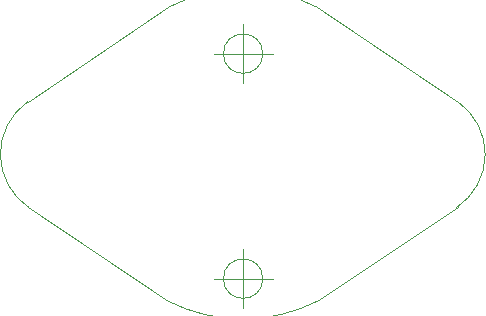
<source format=gbr>
G04 #@! TF.GenerationSoftware,KiCad,Pcbnew,(5.1.2)-1*
G04 #@! TF.CreationDate,2020-04-06T18:09:32-04:00*
G04 #@! TF.ProjectId,LM323K,4c4d3332-334b-42e6-9b69-6361645f7063,rev?*
G04 #@! TF.SameCoordinates,Original*
G04 #@! TF.FileFunction,Profile,NP*
%FSLAX46Y46*%
G04 Gerber Fmt 4.6, Leading zero omitted, Abs format (unit mm)*
G04 Created by KiCad (PCBNEW (5.1.2)-1) date 2020-04-06 18:09:32*
%MOMM*%
%LPD*%
G04 APERTURE LIST*
%ADD10C,0.050000*%
G04 APERTURE END LIST*
D10*
X97170666Y-67691000D02*
G75*
G03X97170666Y-67691000I-1666666J0D01*
G01*
X93004000Y-67691000D02*
X98004000Y-67691000D01*
X95504000Y-65191000D02*
X95504000Y-70191000D01*
X97170666Y-48641000D02*
G75*
G03X97170666Y-48641000I-1666666J0D01*
G01*
X93004000Y-48641000D02*
X98004000Y-48641000D01*
X95504000Y-46141000D02*
X95504000Y-51141000D01*
X89178330Y-44708226D02*
X77278330Y-52708226D01*
X89178330Y-69608226D02*
X77278330Y-61608226D01*
X101778330Y-44708226D02*
X113678330Y-52708226D01*
X101778330Y-69608226D02*
X113678330Y-61608226D01*
X101847544Y-44743493D02*
G75*
G03X89178330Y-44708226I-6369214J-12414733D01*
G01*
X101847544Y-69572959D02*
G75*
G02X89178330Y-69608226I-6369214J12414733D01*
G01*
X77382011Y-61678687D02*
G75*
G02X77278330Y-52708226I2996319J4520461D01*
G01*
X113574649Y-61678687D02*
G75*
G03X113678330Y-52708226I-2996319J4520461D01*
G01*
M02*

</source>
